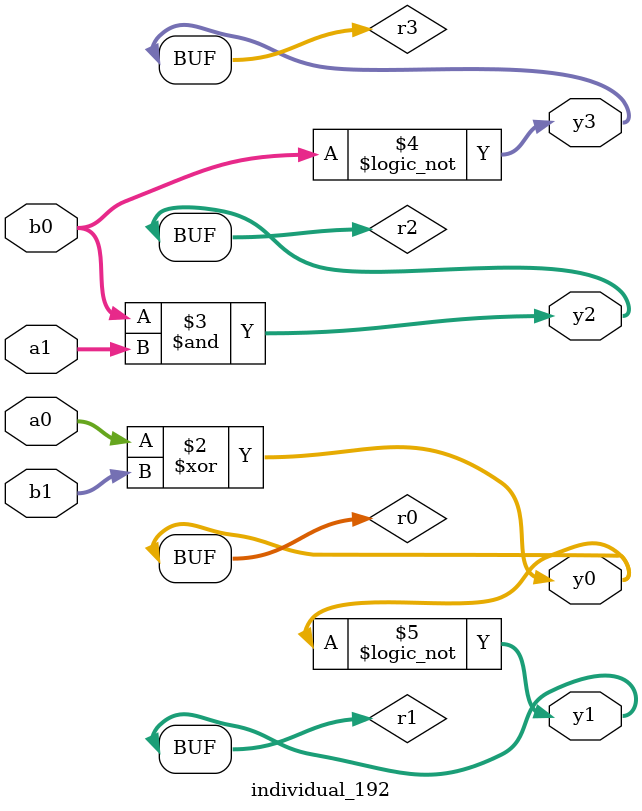
<source format=sv>
module individual_192(input logic [15:0] a1, input logic [15:0] a0, input logic [15:0] b1, input logic [15:0] b0, output logic [15:0] y3, output logic [15:0] y2, output logic [15:0] y1, output logic [15:0] y0);
logic [15:0] r0, r1, r2, r3; 
 always@(*) begin 
	 r0 = a0; r1 = a1; r2 = b0; r3 = b1; 
 	 r0  ^=  b1 ;
 	 r2  &=  a1 ;
 	 r3 = ! b0 ;
 	 r1 = ! r0 ;
 	 y3 = r3; y2 = r2; y1 = r1; y0 = r0; 
end
endmodule
</source>
